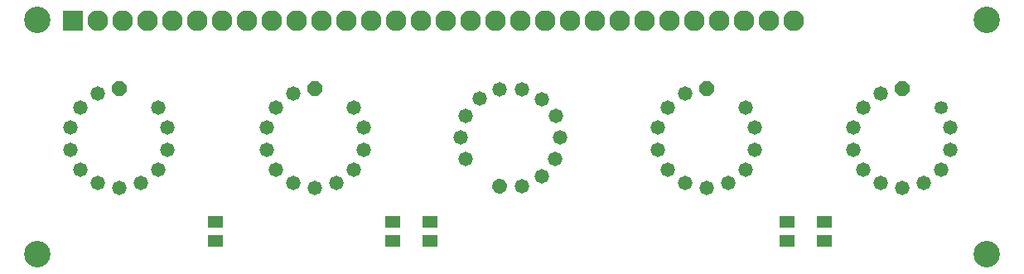
<source format=gts>
G04*
G04 #@! TF.GenerationSoftware,Altium Limited,Altium Designer,20.0.2 (26)*
G04*
G04 Layer_Color=8388736*
%FSLAX25Y25*%
%MOIN*%
G70*
G01*
G75*
%ADD16R,0.06300X0.04800*%
%ADD17C,0.08300*%
%ADD18R,0.08300X0.08300*%
%ADD19C,0.10642*%
%ADD20C,0.05300*%
%ADD21P,0.06278X8X22.5*%
%ADD22C,0.05800*%
%ADD23P,0.06278X8X191.3*%
D16*
X322500Y18800D02*
D03*
Y11200D02*
D03*
X77500Y18800D02*
D03*
Y11200D02*
D03*
X307500D02*
D03*
Y18800D02*
D03*
X163750Y11200D02*
D03*
Y18800D02*
D03*
X148750D02*
D03*
Y11200D02*
D03*
D17*
X180011Y99999D02*
D03*
X310011D02*
D03*
X300011D02*
D03*
X290011D02*
D03*
X280011D02*
D03*
X270011D02*
D03*
X250011D02*
D03*
X260011D02*
D03*
X170011Y99999D02*
D03*
X190011Y99999D02*
D03*
X200011D02*
D03*
X210011D02*
D03*
X220011D02*
D03*
X230011D02*
D03*
X240011D02*
D03*
X160000Y100000D02*
D03*
X150000D02*
D03*
X140000D02*
D03*
X130000D02*
D03*
X120000D02*
D03*
X100000D02*
D03*
X110000D02*
D03*
X30000D02*
D03*
X40000D02*
D03*
X50000D02*
D03*
X60000D02*
D03*
X70000D02*
D03*
X80000D02*
D03*
X90000D02*
D03*
D18*
X20000D02*
D03*
D19*
X387795Y100394D02*
D03*
X5906D02*
D03*
X5906Y5906D02*
D03*
X387795D02*
D03*
D20*
X369420Y64923D02*
D03*
D21*
X353746Y72500D02*
D03*
X274996D02*
D03*
X117496D02*
D03*
X38746D02*
D03*
D22*
X345073Y70521D02*
D03*
X338116Y64978D02*
D03*
X334251Y56965D02*
D03*
X334243Y48069D02*
D03*
X338094Y40050D02*
D03*
X345042Y34494D02*
D03*
X353746Y32500D02*
D03*
X362388Y34463D02*
D03*
X369355Y39995D02*
D03*
X373234Y48001D02*
D03*
X373257Y56897D02*
D03*
X290670Y64923D02*
D03*
X266323Y70521D02*
D03*
X259366Y64978D02*
D03*
X255501Y56965D02*
D03*
X255493Y48069D02*
D03*
X259344Y40050D02*
D03*
X266292Y34494D02*
D03*
X274996Y32500D02*
D03*
X283638Y34463D02*
D03*
X290605Y39995D02*
D03*
X294484Y48001D02*
D03*
X294507Y56897D02*
D03*
X133170Y64923D02*
D03*
X108823Y70521D02*
D03*
X101866Y64978D02*
D03*
X98001Y56965D02*
D03*
X97993Y48069D02*
D03*
X101844Y40050D02*
D03*
X108792Y34494D02*
D03*
X117496Y32500D02*
D03*
X126138Y34463D02*
D03*
X133105Y39995D02*
D03*
X136984Y48001D02*
D03*
X137007Y56897D02*
D03*
X54420Y64923D02*
D03*
X30073Y70521D02*
D03*
X23116Y64978D02*
D03*
X19251Y56965D02*
D03*
X19243Y48069D02*
D03*
X23094Y40050D02*
D03*
X30042Y34494D02*
D03*
X38746Y32500D02*
D03*
X47388Y34463D02*
D03*
X54355Y39995D02*
D03*
X58234Y48001D02*
D03*
X58257Y56897D02*
D03*
X176250Y52812D02*
D03*
X178251Y61533D02*
D03*
X183813Y68476D02*
D03*
X191750Y72312D02*
D03*
X200732Y72304D02*
D03*
X208741Y68432D02*
D03*
X214279Y61470D02*
D03*
X214264Y44124D02*
D03*
X208714Y37171D02*
D03*
X200698Y33313D02*
D03*
X178206Y44186D02*
D03*
X216250Y52812D02*
D03*
D23*
X191734Y33329D02*
D03*
M02*

</source>
